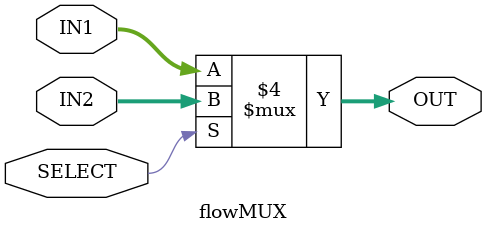
<source format=v>
/*
CO224: Computer Architecture 
Lab 05: Part-4				 
The Sub Module Mux			 
Group - 12					 
*/

// mux module definition
module flowMUX(IN1, IN2, SELECT, OUT);

	// Begin port declaration
	input [31:0] IN1, IN2;   // Declare inputs
	input SELECT;
	output reg [31:0] OUT;   // Declare output
    // End of port declaration
	
	// Mux should update output value if any changes happened in inputs
	always @ (IN1, IN2, SELECT)
	begin
		if (SELECT == 1'b0)		//If SELECT is Law, switch to 1st input
		begin
			OUT = IN1;
		end
		else					//If SELECT is High, switch to 2nd input
		begin
			OUT = IN2;
		end
	end

endmodule
</source>
